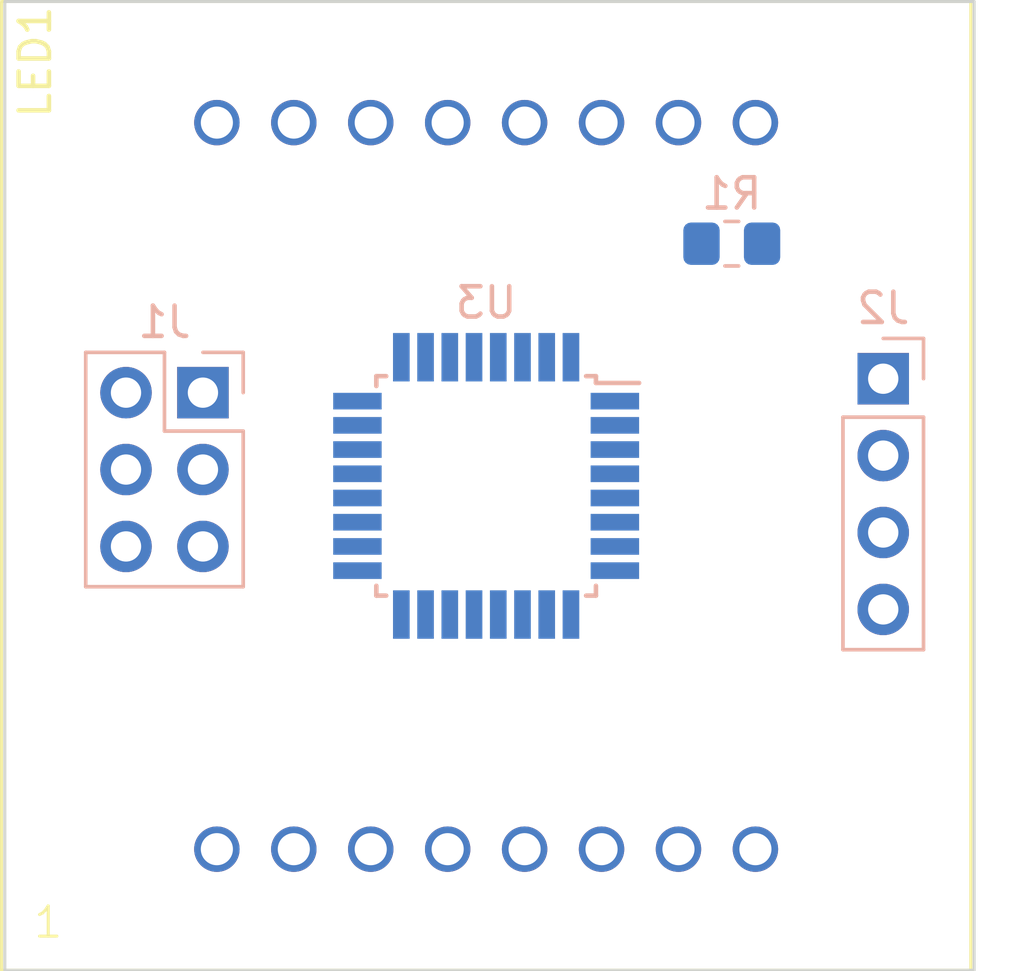
<source format=kicad_pcb>
(kicad_pcb (version 20221018) (generator pcbnew)
  (layers (0 "F.Cu" signal) (31 "B.Cu" signal) (34 "B.Paste" user) (35 "F.Paste" user) (36 "B.SilkS" user "B.Silkscreen") (37 "F.SilkS" user "F.Silkscreen") (38 "B.Mask" user) (39 "F.Mask" user) (44 "Edge.Cuts" user))
  (net 0 "")
  (net 1 "Net-(LED1-ROW5)")
  (net 2 "Net-(LED1-ROW7)")
  (net 3 "Net-(LED1-COL2)")
  (net 4 "/MISO")
  (net 5 "Net-(LED1-ROW8)")
  (net 6 "VCC")
  (net 7 "Net-(LED1-ROW6)")
  (net 8 "Net-(LED1-ROW3)")
  (net 9 "Net-(LED1-ROW1)")
  (net 10 "/SCK")
  (net 11 "Net-(LED1-COL6)")
  (net 12 "Net-(LED1-ROW4)")
  (net 13 "Net-(LED1-COL1)")
  (net 14 "Net-(LED1-ROW2)")
  (net 15 "Net-(LED1-COL7)")
  (net 16 "Net-(LED1-COL8)")
  (net 17 "/MOSI")
  (net 18 "/nRST")
  (net 23 "GND")
  (net 24 "/RX")
  (net 25 "/TX")
  (net 29 "/RXD")
  (net 30 "/TXD")
  (footprint "my_led_array:Adafruit_32mm_8x8" (layer "F.Cu") (at 91.89 57)
    (fp_text reference "LED1" (at -14.89 -14 90) (layer "F.SilkS"))
    (fp_text value "~")
    (fp_text user "1" (at -15 15 unlocked) (layer "F.SilkS") (effects (font (thickness 0.1)) (justify left bottom)))
    (fp_line (start -16 -16) (end 16 -16) (stroke (width 0.1)) (layer "F.SilkS"))
    (fp_line (start -16 16) (end -16 -16) (stroke (width 0.1)) (layer "F.SilkS"))
    (fp_line (start 16 -16) (end 16 16) (stroke (width 0.1)) (layer "F.SilkS"))
    (fp_line (start 16 16) (end -16 16) (stroke (width 0.1)) (layer "F.SilkS"))
    (pad "1" thru_hole circle (at -8.89 12) (size 1.5 1.5) (drill 1.06) (layers "*.Cu" "*.Mask") (net 1 "Net-(LED1-ROW5)"))
    (pad "2" thru_hole circle (at -6.35 12) (size 1.5 1.5) (drill 1.06) (layers "*.Cu" "*.Mask") (net 2 "Net-(LED1-ROW7)"))
    (pad "3" thru_hole circle (at -3.81 12) (size 1.5 1.5) (drill 1.06) (layers "*.Cu" "*.Mask") (net 3 "Net-(LED1-COL2)"))
    (pad "4" thru_hole circle (at -1.27 12) (size 1.5 1.5) (drill 1.06) (layers "*.Cu" "*.Mask") (net 10 "/SCK"))
    (pad "5" thru_hole circle (at 1.27 12) (size 1.5 1.5) (drill 1.06) (layers "*.Cu" "*.Mask") (net 5 "Net-(LED1-ROW8)"))
    (pad "6" thru_hole circle (at 3.81 12) (size 1.5 1.5) (drill 1.06) (layers "*.Cu" "*.Mask") (net 17 "/MOSI"))
    (pad "7" thru_hole circle (at 6.35 12) (size 1.5 1.5) (drill 1.06) (layers "*.Cu" "*.Mask") (net 7 "Net-(LED1-ROW6)"))
    (pad "8" thru_hole circle (at 8.89 12) (size 1.5 1.5) (drill 1.06) (layers "*.Cu" "*.Mask") (net 8 "Net-(LED1-ROW3)"))
    (pad "9" thru_hole circle (at 8.89 -12) (size 1.5 1.5) (drill 1.06) (layers "*.Cu" "*.Mask") (net 9 "Net-(LED1-ROW1)"))
    (pad "10" thru_hole circle (at 6.35 -12) (size 1.5 1.5) (drill 1.06) (layers "*.Cu" "*.Mask") (net 4 "/MISO"))
    (pad "11" thru_hole circle (at 3.81 -12) (size 1.5 1.5) (drill 1.06) (layers "*.Cu" "*.Mask") (net 11 "Net-(LED1-COL6)"))
    (pad "12" thru_hole circle (at 1.27 -12) (size 1.5 1.5) (drill 1.06) (layers "*.Cu" "*.Mask") (net 12 "Net-(LED1-ROW4)"))
    (pad "13" thru_hole circle (at -1.27 -12) (size 1.5 1.5) (drill 1.06) (layers "*.Cu" "*.Mask") (net 13 "Net-(LED1-COL1)"))
    (pad "14" thru_hole circle (at -3.81 -12) (size 1.5 1.5) (drill 1.06) (layers "*.Cu" "*.Mask") (net 14 "Net-(LED1-ROW2)"))
    (pad "15" thru_hole circle (at -6.35 -12) (size 1.5 1.5) (drill 1.06) (layers "*.Cu" "*.Mask") (net 15 "Net-(LED1-COL7)"))
    (pad "16" thru_hole circle (at -8.89 -12) (size 1.5 1.5) (drill 1.06) (layers "*.Cu" "*.Mask") (net 16 "Net-(LED1-COL8)"))
  )
  (footprint "Connector_PinHeader_2.54mm:PinHeader_1x04_P2.54mm_Vertical" (layer "B.Cu") (at 105 53.46 180)
    (fp_text reference "J2" (at 0 2.33) (layer "B.SilkS") (effects (justify mirror)))
    (fp_text value "Conn_01x04")
    (fp_line (start -1.33 -8.95) (end 1.33 -8.95) (stroke (width 0.12)) (layer "B.SilkS"))
    (fp_line (start -1.33 -1.27) (end -1.33 -8.95) (stroke (width 0.12)) (layer "B.SilkS"))
    (fp_line (start -1.33 -1.27) (end 1.33 -1.27) (stroke (width 0.12)) (layer "B.SilkS"))
    (fp_line (start -1.33 0) (end -1.33 1.33) (stroke (width 0.12)) (layer "B.SilkS"))
    (fp_line (start -1.33 1.33) (end 0 1.33) (stroke (width 0.12)) (layer "B.SilkS"))
    (fp_line (start 1.33 -1.27) (end 1.33 -8.95) (stroke (width 0.12)) (layer "B.SilkS"))
    (pad "1" thru_hole rect (at 0 0 180) (size 1.7 1.7) (drill 1) (layers "*.Cu" "*.Mask") (net 6 "VCC"))
    (pad "2" thru_hole oval (at 0 -2.54 180) (size 1.7 1.7) (drill 1) (layers "*.Cu" "*.Mask") (net 24 "/RX"))
    (pad "3" thru_hole oval (at 0 -5.08 180) (size 1.7 1.7) (drill 1) (layers "*.Cu" "*.Mask") (net 25 "/TX"))
    (pad "4" thru_hole oval (at 0 -7.62 180) (size 1.7 1.7) (drill 1) (layers "*.Cu" "*.Mask") (net 23 "GND"))
  )
  (footprint "Resistor_SMD:R_0805_2012Metric_Pad1.20x1.40mm_HandSolder" (layer "B.Cu") (at 100 49 180)
    (fp_text reference "R1" (at 0 1.65) (layer "B.SilkS") (effects (justify mirror)))
    (fp_text value "R_US")
    (fp_line (start -0.227064 -0.735) (end 0.227064 -0.735) (stroke (width 0.12)) (layer "B.SilkS"))
    (fp_line (start -0.227064 0.735) (end 0.227064 0.735) (stroke (width 0.12)) (layer "B.SilkS"))
    (pad "1" smd roundrect (at -1 0 180) (size 1.2 1.4) (layers "B.Cu" "B.Paste" "B.Mask") (roundrect_rratio 0.208333) (net 6 "VCC"))
    (pad "2" smd roundrect (at 1 0 180) (size 1.2 1.4) (layers "B.Cu" "B.Paste" "B.Mask") (roundrect_rratio 0.208333) (net 18 "/nRST"))
  )
  (footprint "Connector_PinHeader_2.54mm:PinHeader_2x03_P2.54mm_Vertical" (layer "B.Cu") (at 82.54 53.92 180)
    (fp_text reference "J1" (at 1.27 2.33) (layer "B.SilkS") (effects (justify mirror)))
    (fp_text value "-OMIT-")
    (fp_line (start -1.33 -6.41) (end 3.87 -6.41) (stroke (width 0.12)) (layer "B.SilkS"))
    (fp_line (start -1.33 -1.27) (end -1.33 -6.41) (stroke (width 0.12)) (layer "B.SilkS"))
    (fp_line (start -1.33 -1.27) (end 1.27 -1.27) (stroke (width 0.12)) (layer "B.SilkS"))
    (fp_line (start -1.33 0) (end -1.33 1.33) (stroke (width 0.12)) (layer "B.SilkS"))
    (fp_line (start -1.33 1.33) (end 0 1.33) (stroke (width 0.12)) (layer "B.SilkS"))
    (fp_line (start 1.27 -1.27) (end 1.27 1.33) (stroke (width 0.12)) (layer "B.SilkS"))
    (fp_line (start 1.27 1.33) (end 3.87 1.33) (stroke (width 0.12)) (layer "B.SilkS"))
    (fp_line (start 3.87 1.33) (end 3.87 -6.41) (stroke (width 0.12)) (layer "B.SilkS"))
    (pad "1" thru_hole rect (at 0 0 180) (size 1.7 1.7) (drill 1) (layers "*.Cu" "*.Mask") (net 4 "/MISO"))
    (pad "2" thru_hole oval (at 2.54 0 180) (size 1.7 1.7) (drill 1) (layers "*.Cu" "*.Mask") (net 6 "VCC"))
    (pad "3" thru_hole oval (at 0 -2.54 180) (size 1.7 1.7) (drill 1) (layers "*.Cu" "*.Mask") (net 10 "/SCK"))
    (pad "4" thru_hole oval (at 2.54 -2.54 180) (size 1.7 1.7) (drill 1) (layers "*.Cu" "*.Mask") (net 17 "/MOSI"))
    (pad "5" thru_hole oval (at 0 -5.08 180) (size 1.7 1.7) (drill 1) (layers "*.Cu" "*.Mask") (net 18 "/nRST"))
    (pad "6" thru_hole oval (at 2.54 -5.08 180) (size 1.7 1.7) (drill 1) (layers "*.Cu" "*.Mask") (net 23 "GND"))
  )
  (footprint "Package_QFP:TQFP-32_7x7mm_P0.8mm" (layer "B.Cu") (at 91.89 57 180)
    (fp_text reference "U3" (at 0 6.05) (layer "B.SilkS") (effects (justify mirror)))
    (fp_text value "ATmega168-20P")
    (fp_line (start -3.625 -3.625) (end -3.625 -3.3) (stroke (width 0.15)) (layer "B.SilkS"))
    (fp_line (start -3.625 -3.625) (end -3.3 -3.625) (stroke (width 0.15)) (layer "B.SilkS"))
    (fp_line (start -3.625 3.4) (end -5.05 3.4) (stroke (width 0.15)) (layer "B.SilkS"))
    (fp_line (start -3.625 3.625) (end -3.625 3.4) (stroke (width 0.15)) (layer "B.SilkS"))
    (fp_line (start -3.625 3.625) (end -3.3 3.625) (stroke (width 0.15)) (layer "B.SilkS"))
    (fp_line (start 3.625 -3.625) (end 3.3 -3.625) (stroke (width 0.15)) (layer "B.SilkS"))
    (fp_line (start 3.625 -3.625) (end 3.625 -3.3) (stroke (width 0.15)) (layer "B.SilkS"))
    (fp_line (start 3.625 3.625) (end 3.3 3.625) (stroke (width 0.15)) (layer "B.SilkS"))
    (fp_line (start 3.625 3.625) (end 3.625 3.3) (stroke (width 0.15)) (layer "B.SilkS"))
    (pad "1" smd rect (at -4.25 2.8 180) (size 1.6 0.55) (layers "B.Cu" "B.Paste" "B.Mask") (net 12 "Net-(LED1-ROW4)"))
    (pad "2" smd rect (at -4.25 2 180) (size 1.6 0.55) (layers "B.Cu" "B.Paste" "B.Mask") (net 1 "Net-(LED1-ROW5)"))
    (pad "3" smd rect (at -4.25 1.2 180) (size 1.6 0.55) (layers "B.Cu" "B.Paste" "B.Mask") (net 23 "GND"))
    (pad "4" smd rect (at -4.25 0.4 180) (size 1.6 0.55) (layers "B.Cu" "B.Paste" "B.Mask") (net 6 "VCC"))
    (pad "5" smd rect (at -4.25 -0.4 180) (size 1.6 0.55) (layers "B.Cu" "B.Paste" "B.Mask") (net 23 "GND"))
    (pad "6" smd rect (at -4.25 -1.2 180) (size 1.6 0.55) (layers "B.Cu" "B.Paste" "B.Mask") (net 6 "VCC"))
    (pad "7" smd rect (at -4.25 -2 180) (size 1.6 0.55) (layers "B.Cu" "B.Paste" "B.Mask") (net 3 "Net-(LED1-COL2)"))
    (pad "8" smd rect (at -4.25 -2.8 180) (size 1.6 0.55) (layers "B.Cu" "B.Paste" "B.Mask") (net 13 "Net-(LED1-COL1)"))
    (pad "9" smd rect (at -2.8 -4.25 90) (size 1.6 0.55) (layers "B.Cu" "B.Paste" "B.Mask") (net 7 "Net-(LED1-ROW6)"))
    (pad "10" smd rect (at -2 -4.25 90) (size 1.6 0.55) (layers "B.Cu" "B.Paste" "B.Mask") (net 2 "Net-(LED1-ROW7)"))
    (pad "11" smd rect (at -1.2 -4.25 90) (size 1.6 0.55) (layers "B.Cu" "B.Paste" "B.Mask") (net 5 "Net-(LED1-ROW8)"))
    (pad "12" smd rect (at -0.4 -4.25 90) (size 1.6 0.55) (layers "B.Cu" "B.Paste" "B.Mask") (net 16 "Net-(LED1-COL8)"))
    (pad "13" smd rect (at 0.4 -4.25 90) (size 1.6 0.55) (layers "B.Cu" "B.Paste" "B.Mask") (net 15 "Net-(LED1-COL7)"))
    (pad "14" smd rect (at 1.2 -4.25 90) (size 1.6 0.55) (layers "B.Cu" "B.Paste" "B.Mask") (net 11 "Net-(LED1-COL6)"))
    (pad "15" smd rect (at 2 -4.25 90) (size 1.6 0.55) (layers "B.Cu" "B.Paste" "B.Mask") (net 17 "/MOSI"))
    (pad "16" smd rect (at 2.8 -4.25 90) (size 1.6 0.55) (layers "B.Cu" "B.Paste" "B.Mask") (net 4 "/MISO"))
    (pad "17" smd rect (at 4.25 -2.8 180) (size 1.6 0.55) (layers "B.Cu" "B.Paste" "B.Mask") (net 10 "/SCK"))
    (pad "18" smd rect (at 4.25 -2 180) (size 1.6 0.55) (layers "B.Cu" "B.Paste" "B.Mask") (net 6 "VCC"))
    (pad "19" smd rect (at 4.25 -1.2 180) (size 1.6 0.55) (layers "B.Cu" "B.Paste" "B.Mask"))
    (pad "20" smd rect (at 4.25 -0.4 180) (size 1.6 0.55) (layers "B.Cu" "B.Paste" "B.Mask"))
    (pad "21" smd rect (at 4.25 0.4 180) (size 1.6 0.55) (layers "B.Cu" "B.Paste" "B.Mask") (net 23 "GND"))
    (pad "22" smd rect (at 4.25 1.2 180) (size 1.6 0.55) (layers "B.Cu" "B.Paste" "B.Mask"))
    (pad "23" smd rect (at 4.25 2 180) (size 1.6 0.55) (layers "B.Cu" "B.Paste" "B.Mask") (net 9 "Net-(LED1-ROW1)"))
    (pad "24" smd rect (at 4.25 2.8 180) (size 1.6 0.55) (layers "B.Cu" "B.Paste" "B.Mask") (net 14 "Net-(LED1-ROW2)"))
    (pad "25" smd rect (at 2.8 4.25 90) (size 1.6 0.55) (layers "B.Cu" "B.Paste" "B.Mask"))
    (pad "26" smd rect (at 2 4.25 90) (size 1.6 0.55) (layers "B.Cu" "B.Paste" "B.Mask"))
    (pad "27" smd rect (at 1.2 4.25 90) (size 1.6 0.55) (layers "B.Cu" "B.Paste" "B.Mask"))
    (pad "28" smd rect (at 0.4 4.25 90) (size 1.6 0.55) (layers "B.Cu" "B.Paste" "B.Mask"))
    (pad "29" smd rect (at -0.4 4.25 90) (size 1.6 0.55) (layers "B.Cu" "B.Paste" "B.Mask") (net 18 "/nRST"))
    (pad "30" smd rect (at -1.2 4.25 90) (size 1.6 0.55) (layers "B.Cu" "B.Paste" "B.Mask") (net 29 "/RXD"))
    (pad "31" smd rect (at -2 4.25 90) (size 1.6 0.55) (layers "B.Cu" "B.Paste" "B.Mask") (net 30 "/TXD"))
    (pad "32" smd rect (at -2.8 4.25 90) (size 1.6 0.55) (layers "B.Cu" "B.Paste" "B.Mask") (net 8 "Net-(LED1-ROW3)"))
  )
  (gr_line (start 76 73) (end 76 41) (stroke (width 0.1)) (layer "Edge.Cuts"))
  (gr_line (start 108 73) (end 76 73) (stroke (width 0.1)) (layer "Edge.Cuts"))
  (gr_line (start 76 41) (end 108 41) (stroke (width 0.1)) (layer "Edge.Cuts"))
  (gr_line (start 108 41) (end 108 73) (stroke (width 0.1)) (layer "Edge.Cuts"))
)
</source>
